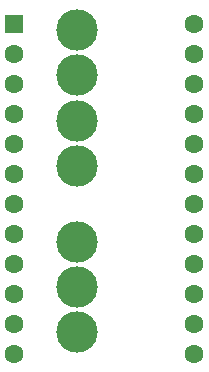
<source format=gbr>
%TF.GenerationSoftware,KiCad,Pcbnew,(5.1.10)-1*%
%TF.CreationDate,2023-06-15T14:08:20-05:00*%
%TF.ProjectId,1 Player,3120506c-6179-4657-922e-6b696361645f,rev?*%
%TF.SameCoordinates,Original*%
%TF.FileFunction,Soldermask,Bot*%
%TF.FilePolarity,Negative*%
%FSLAX46Y46*%
G04 Gerber Fmt 4.6, Leading zero omitted, Abs format (unit mm)*
G04 Created by KiCad (PCBNEW (5.1.10)-1) date 2023-06-15 14:08:20*
%MOMM*%
%LPD*%
G01*
G04 APERTURE LIST*
%ADD10C,3.500000*%
%ADD11C,1.600000*%
%ADD12R,1.600000X1.600000*%
G04 APERTURE END LIST*
D10*
%TO.C,PLAYER1*%
X171704000Y-76708000D03*
X171704000Y-80568000D03*
X171704000Y-88288000D03*
X171704000Y-84468000D03*
X171704000Y-94668000D03*
X171704000Y-98518000D03*
X171704000Y-102338000D03*
%TD*%
D11*
%TO.C,MCU1*%
X181610000Y-76200000D03*
X181610000Y-78740000D03*
X181610000Y-81280000D03*
X181610000Y-83820000D03*
X181610000Y-86360000D03*
X181610000Y-88900000D03*
X181610000Y-91440000D03*
X181610000Y-93980000D03*
X181610000Y-96520000D03*
X181610000Y-99060000D03*
X181610000Y-101600000D03*
X181610000Y-104140000D03*
X166370000Y-104140000D03*
X166370000Y-101600000D03*
X166370000Y-99060000D03*
X166370000Y-96520000D03*
X166370000Y-93980000D03*
X166370000Y-91440000D03*
X166370000Y-88900000D03*
X166370000Y-86360000D03*
X166370000Y-83820000D03*
X166370000Y-81280000D03*
X166370000Y-78740000D03*
D12*
X166370000Y-76200000D03*
%TD*%
M02*

</source>
